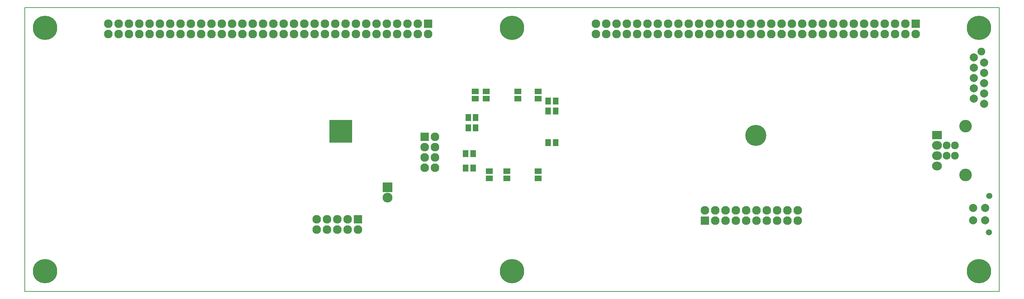
<source format=gbr>
G04 #@! TF.GenerationSoftware,KiCad,Pcbnew,(5.0.0-3-g5ebb6b6)*
G04 #@! TF.CreationDate,2018-10-15T21:33:50+02:00*
G04 #@! TF.ProjectId,infinitas,696E66696E697461732E6B696361645F,rev?*
G04 #@! TF.SameCoordinates,Original*
G04 #@! TF.FileFunction,Soldermask,Bot*
G04 #@! TF.FilePolarity,Negative*
%FSLAX46Y46*%
G04 Gerber Fmt 4.6, Leading zero omitted, Abs format (unit mm)*
G04 Created by KiCad (PCBNEW (5.0.0-3-g5ebb6b6)) date Monday, 15. October 2018 um 21:33:50*
%MOMM*%
%LPD*%
G01*
G04 APERTURE LIST*
%ADD10C,0.150000*%
%ADD11O,5.200000X5.200000*%
%ADD12C,6.000000*%
%ADD13R,1.700000X1.400000*%
%ADD14R,1.400000X1.700000*%
%ADD15R,2.432000X2.127200*%
%ADD16O,2.432000X2.127200*%
%ADD17R,2.127200X2.127200*%
%ADD18O,2.127200X2.127200*%
%ADD19R,2.432000X2.432000*%
%ADD20O,2.432000X2.432000*%
%ADD21C,2.000000*%
%ADD22C,1.900000*%
%ADD23C,1.500000*%
%ADD24R,5.650000X5.650000*%
%ADD25C,1.924000*%
%ADD26C,3.100020*%
G04 APERTURE END LIST*
D10*
X30000000Y-100000000D02*
X30000000Y-30000000D01*
X270000000Y-100000000D02*
X30000000Y-100000000D01*
X270000000Y-30000000D02*
X270000000Y-100000000D01*
X30000000Y-30000000D02*
X270000000Y-30000000D01*
D11*
G04 #@! TO.C,IC201*
X210000000Y-61500000D03*
G04 #@! TD*
D12*
G04 #@! TO.C,B101*
X35000000Y-35000000D03*
G04 #@! TD*
G04 #@! TO.C,B102*
X150000000Y-35000000D03*
G04 #@! TD*
G04 #@! TO.C,B103*
X265000000Y-35000000D03*
G04 #@! TD*
G04 #@! TO.C,B104*
X35000000Y-95000000D03*
G04 #@! TD*
G04 #@! TO.C,B105*
X150000000Y-95000000D03*
G04 #@! TD*
G04 #@! TO.C,B106*
X265000000Y-95000000D03*
G04 #@! TD*
D13*
G04 #@! TO.C,C106*
X144400000Y-70300000D03*
X144400000Y-72100000D03*
G04 #@! TD*
G04 #@! TO.C,C107*
X148700000Y-70300000D03*
X148700000Y-72100000D03*
G04 #@! TD*
G04 #@! TO.C,C108*
X156400000Y-70300000D03*
X156400000Y-72100000D03*
G04 #@! TD*
D14*
G04 #@! TO.C,C111*
X158900000Y-63300000D03*
X160700000Y-63300000D03*
G04 #@! TD*
G04 #@! TO.C,C112*
X158900000Y-55500000D03*
X160700000Y-55500000D03*
G04 #@! TD*
G04 #@! TO.C,C113*
X158900000Y-53100000D03*
X160700000Y-53100000D03*
G04 #@! TD*
D13*
G04 #@! TO.C,C114*
X156400000Y-52500000D03*
X156400000Y-50700000D03*
G04 #@! TD*
G04 #@! TO.C,C115*
X151400000Y-52500000D03*
X151400000Y-50700000D03*
G04 #@! TD*
G04 #@! TO.C,C116*
X143600000Y-52500000D03*
X143600000Y-50700000D03*
G04 #@! TD*
G04 #@! TO.C,C117*
X140900000Y-52500000D03*
X140900000Y-50700000D03*
G04 #@! TD*
D14*
G04 #@! TO.C,C118*
X141000000Y-57100000D03*
X139200000Y-57100000D03*
G04 #@! TD*
G04 #@! TO.C,C119*
X141000000Y-59700000D03*
X139200000Y-59700000D03*
G04 #@! TD*
G04 #@! TO.C,C120*
X140400000Y-66000000D03*
X138600000Y-66000000D03*
G04 #@! TD*
G04 #@! TO.C,C121*
X140400000Y-69600000D03*
X138600000Y-69600000D03*
G04 #@! TD*
D15*
G04 #@! TO.C,X203*
X254600000Y-61460000D03*
D16*
X254600000Y-64000000D03*
X254600000Y-66540000D03*
X254600000Y-69080000D03*
G04 #@! TD*
D17*
G04 #@! TO.C,X102*
X129370000Y-34000000D03*
D18*
X129370000Y-36540000D03*
X126830000Y-34000000D03*
X126830000Y-36540000D03*
X124290000Y-34000000D03*
X124290000Y-36540000D03*
X121750000Y-34000000D03*
X121750000Y-36540000D03*
X119210000Y-34000000D03*
X119210000Y-36540000D03*
X116670000Y-34000000D03*
X116670000Y-36540000D03*
X114130000Y-34000000D03*
X114130000Y-36540000D03*
X111590000Y-34000000D03*
X111590000Y-36540000D03*
X109050000Y-34000000D03*
X109050000Y-36540000D03*
X106510000Y-34000000D03*
X106510000Y-36540000D03*
X103970000Y-34000000D03*
X103970000Y-36540000D03*
X101430000Y-34000000D03*
X101430000Y-36540000D03*
X98890000Y-34000000D03*
X98890000Y-36540000D03*
X96350000Y-34000000D03*
X96350000Y-36540000D03*
X93810000Y-34000000D03*
X93810000Y-36540000D03*
X91270000Y-34000000D03*
X91270000Y-36540000D03*
X88730000Y-34000000D03*
X88730000Y-36540000D03*
X86190000Y-34000000D03*
X86190000Y-36540000D03*
X83650000Y-34000000D03*
X83650000Y-36540000D03*
X81110000Y-34000000D03*
X81110000Y-36540000D03*
X78570000Y-34000000D03*
X78570000Y-36540000D03*
X76030000Y-34000000D03*
X76030000Y-36540000D03*
X73490000Y-34000000D03*
X73490000Y-36540000D03*
X70950000Y-34000000D03*
X70950000Y-36540000D03*
X68410000Y-34000000D03*
X68410000Y-36540000D03*
X65870000Y-34000000D03*
X65870000Y-36540000D03*
X63330000Y-34000000D03*
X63330000Y-36540000D03*
X60790000Y-34000000D03*
X60790000Y-36540000D03*
X58250000Y-34000000D03*
X58250000Y-36540000D03*
X55710000Y-34000000D03*
X55710000Y-36540000D03*
X53170000Y-34000000D03*
X53170000Y-36540000D03*
X50630000Y-34000000D03*
X50630000Y-36540000D03*
G04 #@! TD*
D17*
G04 #@! TO.C,X103*
X249370000Y-34000000D03*
D18*
X249370000Y-36540000D03*
X246830000Y-34000000D03*
X246830000Y-36540000D03*
X244290000Y-34000000D03*
X244290000Y-36540000D03*
X241750000Y-34000000D03*
X241750000Y-36540000D03*
X239210000Y-34000000D03*
X239210000Y-36540000D03*
X236670000Y-34000000D03*
X236670000Y-36540000D03*
X234130000Y-34000000D03*
X234130000Y-36540000D03*
X231590000Y-34000000D03*
X231590000Y-36540000D03*
X229050000Y-34000000D03*
X229050000Y-36540000D03*
X226510000Y-34000000D03*
X226510000Y-36540000D03*
X223970000Y-34000000D03*
X223970000Y-36540000D03*
X221430000Y-34000000D03*
X221430000Y-36540000D03*
X218890000Y-34000000D03*
X218890000Y-36540000D03*
X216350000Y-34000000D03*
X216350000Y-36540000D03*
X213810000Y-34000000D03*
X213810000Y-36540000D03*
X211270000Y-34000000D03*
X211270000Y-36540000D03*
X208730000Y-34000000D03*
X208730000Y-36540000D03*
X206190000Y-34000000D03*
X206190000Y-36540000D03*
X203650000Y-34000000D03*
X203650000Y-36540000D03*
X201110000Y-34000000D03*
X201110000Y-36540000D03*
X198570000Y-34000000D03*
X198570000Y-36540000D03*
X196030000Y-34000000D03*
X196030000Y-36540000D03*
X193490000Y-34000000D03*
X193490000Y-36540000D03*
X190950000Y-34000000D03*
X190950000Y-36540000D03*
X188410000Y-34000000D03*
X188410000Y-36540000D03*
X185870000Y-34000000D03*
X185870000Y-36540000D03*
X183330000Y-34000000D03*
X183330000Y-36540000D03*
X180790000Y-34000000D03*
X180790000Y-36540000D03*
X178250000Y-34000000D03*
X178250000Y-36540000D03*
X175710000Y-34000000D03*
X175710000Y-36540000D03*
X173170000Y-34000000D03*
X173170000Y-36540000D03*
X170630000Y-34000000D03*
X170630000Y-36540000D03*
G04 #@! TD*
D17*
G04 #@! TO.C,X301*
X112100000Y-82200000D03*
D18*
X112100000Y-84740000D03*
X109560000Y-82200000D03*
X109560000Y-84740000D03*
X107020000Y-82200000D03*
X107020000Y-84740000D03*
X104480000Y-82200000D03*
X104480000Y-84740000D03*
X101940000Y-82200000D03*
X101940000Y-84740000D03*
G04 #@! TD*
D17*
G04 #@! TO.C,X101*
X128460000Y-61860000D03*
D18*
X131000000Y-61860000D03*
X128460000Y-64400000D03*
X131000000Y-64400000D03*
X128460000Y-66940000D03*
X131000000Y-66940000D03*
X128460000Y-69480000D03*
X131000000Y-69480000D03*
G04 #@! TD*
D17*
G04 #@! TO.C,X201*
X197480000Y-82540000D03*
D18*
X197480000Y-80000000D03*
X200020000Y-82540000D03*
X200020000Y-80000000D03*
X202560000Y-82540000D03*
X202560000Y-80000000D03*
X205100000Y-82540000D03*
X205100000Y-80000000D03*
X207640000Y-82540000D03*
X207640000Y-80000000D03*
X210180000Y-82540000D03*
X210180000Y-80000000D03*
X212720000Y-82540000D03*
X212720000Y-80000000D03*
X215260000Y-82540000D03*
X215260000Y-80000000D03*
X217800000Y-82540000D03*
X217800000Y-80000000D03*
X220340000Y-82540000D03*
X220340000Y-80000000D03*
G04 #@! TD*
D19*
G04 #@! TO.C,JP301*
X119300000Y-74300000D03*
D20*
X119300000Y-76840000D03*
G04 #@! TD*
D21*
G04 #@! TO.C,X104*
X263730000Y-42285000D03*
X266270000Y-43555000D03*
X263730000Y-44825000D03*
X266270000Y-46095000D03*
X263730000Y-47365000D03*
X266270000Y-48635000D03*
X263730000Y-49905000D03*
X266270000Y-51175000D03*
X263730000Y-52445000D03*
X266270000Y-53715000D03*
D22*
X265530000Y-40885000D03*
G04 #@! TD*
D23*
G04 #@! TO.C,X105*
X267500000Y-76400000D03*
D21*
X263500000Y-82400000D03*
X263500000Y-79400000D03*
X266500000Y-82400000D03*
X266500000Y-79400000D03*
D23*
X267440000Y-85400000D03*
G04 #@! TD*
D24*
G04 #@! TO.C,IC301*
X107850000Y-60500000D03*
G04 #@! TD*
D25*
G04 #@! TO.C,X202*
X257000000Y-66540000D03*
X257000000Y-64000000D03*
X258998980Y-64000000D03*
X258998980Y-66540000D03*
D26*
X261699000Y-71269480D03*
X261699000Y-59270520D03*
G04 #@! TD*
M02*

</source>
